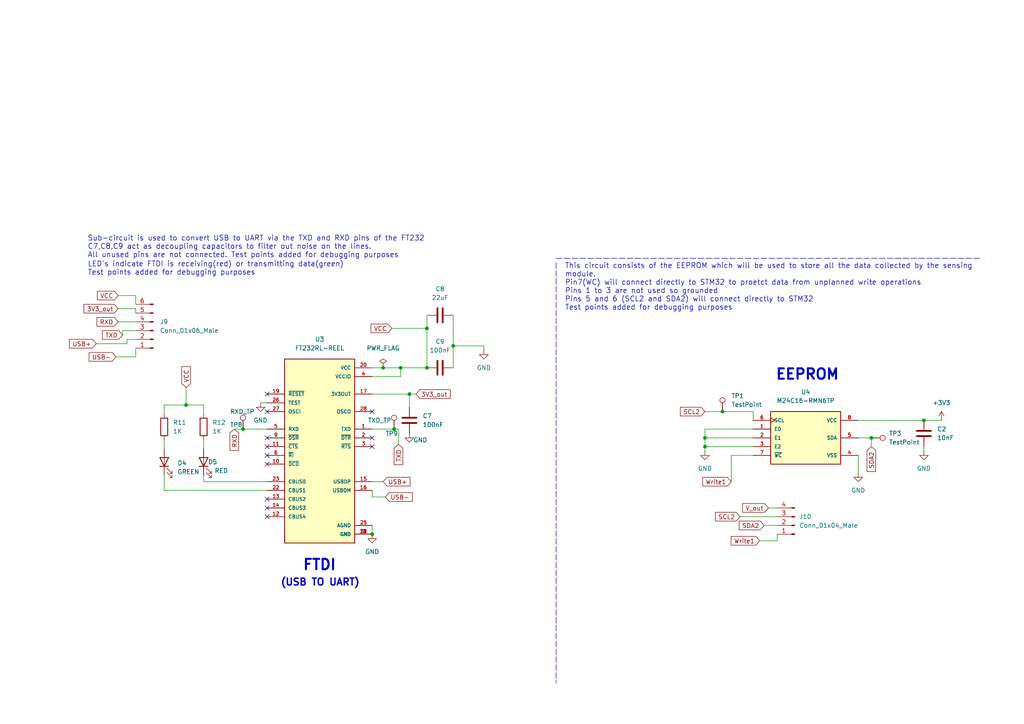
<source format=kicad_sch>
(kicad_sch (version 20211123) (generator eeschema)
  (paper "A4")
  (title_block (title "Microcontroller Submodule for Sensor HAT") (date "2022-03-17") (rev "V0.11") (company "UCT") (comment 1 "Module interfaces with sensor and power modules") (comment 2 "MKYBIN001") (comment 3 "BINA MUKUYAMBA") (comment 4 "TEAM 33"))
  (lib_symbols
    (symbol "Connector:Conn_01x04_Male" (pin_names (offset 1.016) hide)
      (property "Reference" "J" (at 0 5.08 0))
      (property "Value" "Conn_01x04_Male" (at 0 -7.62 0))
      (symbol "Conn_01x04_Male_1_1"
        (polyline (pts (xy 1.27 -5.08) (xy 0.8636 -5.08)) (stroke (width 0.1524)))
        (polyline (pts (xy 1.27 -2.54) (xy 0.8636 -2.54)) (stroke (width 0.1524)))
        (polyline (pts (xy 1.27 0) (xy 0.8636 0)) (stroke (width 0.1524)))
        (polyline (pts (xy 1.27 2.54) (xy 0.8636 2.54)) (stroke (width 0.1524)))
        (rectangle (start 0.8636 -4.953) (end 0 -5.207) (stroke (width 0.1524)) (fill (type outline)))
        (rectangle (start 0.8636 -2.413) (end 0 -2.667) (stroke (width 0.1524)) (fill (type outline)))
        (rectangle (start 0.8636 0.127) (end 0 -0.127) (stroke (width 0.1524)) (fill (type outline)))
        (rectangle (start 0.8636 2.667) (end 0 2.413) (stroke (width 0.1524)) (fill (type outline)))
        (pin passive line (at 5.08 2.54 180) (length 3.81) (name "Pin_1") (number "1"))
        (pin passive line (at 5.08 0 180) (length 3.81) (name "Pin_2") (number "2"))
        (pin passive line (at 5.08 -2.54 180) (length 3.81) (name "Pin_3") (number "3"))
        (pin passive line (at 5.08 -5.08 180) (length 3.81) (name "Pin_4") (number "4"))
      )
    )
    (symbol "Connector:Conn_01x06_Male" (pin_names (offset 1.016) hide)
      (property "Reference" "J" (at 0 7.62 0))
      (property "Value" "Conn_01x06_Male" (at 0 -10.16 0))
      (symbol "Conn_01x06_Male_1_1"
        (polyline (pts (xy 1.27 -7.62) (xy 0.8636 -7.62)) (stroke (width 0.1524)))
        (polyline (pts (xy 1.27 -5.08) (xy 0.8636 -5.08)) (stroke (width 0.1524)))
        (polyline (pts (xy 1.27 -2.54) (xy 0.8636 -2.54)) (stroke (width 0.1524)))
        (polyline (pts (xy 1.27 0) (xy 0.8636 0)) (stroke (width 0.1524)))
        (polyline (pts (xy 1.27 2.54) (xy 0.8636 2.54)) (stroke (width 0.1524)))
        (polyline (pts (xy 1.27 5.08) (xy 0.8636 5.08)) (stroke (width 0.1524)))
        (rectangle (start 0.8636 -7.493) (end 0 -7.747) (stroke (width 0.1524)) (fill (type outline)))
        (rectangle (start 0.8636 -4.953) (end 0 -5.207) (stroke (width 0.1524)) (fill (type outline)))
        (rectangle (start 0.8636 -2.413) (end 0 -2.667) (stroke (width 0.1524)) (fill (type outline)))
        (rectangle (start 0.8636 0.127) (end 0 -0.127) (stroke (width 0.1524)) (fill (type outline)))
        (rectangle (start 0.8636 2.667) (end 0 2.413) (stroke (width 0.1524)) (fill (type outline)))
        (rectangle (start 0.8636 5.207) (end 0 4.953) (stroke (width 0.1524)) (fill (type outline)))
        (pin passive line (at 5.08 5.08 180) (length 3.81) (name "Pin_1") (number "1"))
        (pin passive line (at 5.08 2.54 180) (length 3.81) (name "Pin_2") (number "2"))
        (pin passive line (at 5.08 0 180) (length 3.81) (name "Pin_3") (number "3"))
        (pin passive line (at 5.08 -2.54 180) (length 3.81) (name "Pin_4") (number "4"))
        (pin passive line (at 5.08 -5.08 180) (length 3.81) (name "Pin_5") (number "5"))
        (pin passive line (at 5.08 -7.62 180) (length 3.81) (name "Pin_6") (number "6"))
      )
    )
    (symbol "Connector:TestPoint" (pin_numbers hide) (pin_names (offset 0.762) hide)
      (property "Reference" "TP" (at 0 6.858 0))
      (property "Value" "TestPoint" (at 0 5.08 0))
      (symbol "TestPoint_0_1"
        (circle (center 0 3.302) (radius 0.762))
      )
      (symbol "TestPoint_1_1"
        (pin passive line (at 0 0 90) (length 2.54) (name "1") (number "1"))
      )
    )
    (symbol "Device:C" (pin_numbers hide) (pin_names (offset 0.254))
      (property "Reference" "C" (at 0.635 2.54 0))
      (property "Value" "C" (at 0.635 -2.54 0))
      (symbol "C_0_1"
        (polyline (pts (xy -2.032 -0.762) (xy 2.032 -0.762)) (stroke (width 0.508)))
        (polyline (pts (xy -2.032 0.762) (xy 2.032 0.762)) (stroke (width 0.508)))
      )
      (symbol "C_1_1"
        (pin passive line (at 0 3.81 270) (length 2.794) (name "~") (number "1"))
        (pin passive line (at 0 -3.81 90) (length 2.794) (name "~") (number "2"))
      )
    )
    (symbol "Device:LED" (pin_numbers hide) (pin_names (offset 1.016) hide)
      (property "Reference" "D" (at 0 2.54 0))
      (property "Value" "LED" (at 0 -2.54 0))
      (symbol "LED_0_1"
        (polyline (pts (xy -1.27 -1.27) (xy -1.27 1.27)) (stroke (width 0.254)))
        (polyline (pts (xy -1.27 0) (xy 1.27 0)))
        (polyline (pts (xy 1.27 -1.27) (xy 1.27 1.27) (xy -1.27 0) (xy 1.27 -1.27)) (stroke (width 0.254)))
        (polyline (pts (xy -3.048 -0.762) (xy -4.572 -2.286) (xy -3.81 -2.286) (xy -4.572 -2.286) (xy -4.572 -1.524)))
        (polyline (pts (xy -1.778 -0.762) (xy -3.302 -2.286) (xy -2.54 -2.286) (xy -3.302 -2.286) (xy -3.302 -1.524)))
      )
      (symbol "LED_1_1"
        (pin passive line (at -3.81 0 0) (length 2.54) (name "K") (number "1"))
        (pin passive line (at 3.81 0 180) (length 2.54) (name "A") (number "2"))
      )
    )
    (symbol "Device:R" (pin_numbers hide) (pin_names (offset 0))
      (property "Reference" "R" (at 2.032 0 90))
      (property "Value" "R" (at 0 0 90))
      (symbol "R_0_1"
        (rectangle (start -1.016 -2.54) (end 1.016 2.54) (stroke (width 0.254)))
      )
      (symbol "R_1_1"
        (pin passive line (at 0 3.81 270) (length 1.27) (name "~") (number "1"))
        (pin passive line (at 0 -3.81 90) (length 1.27) (name "~") (number "2"))
      )
    )
    (symbol "M24C16-RMN6TP:M24C16-RMN6TP" (pin_names (offset 1.016))
      (property "Reference" "U" (at -10.1854 8.1534 0))
      (property "Value" "M24C16-RMN6TP" (at -10.16 -10.668 0))
      (symbol "M24C16-RMN6TP_0_0"
        (rectangle (start -10.16 -7.62) (end 10.16 7.62) (stroke (width 0.254)) (fill (type background)))
        (pin input line (at -15.24 2.54 0) (length 5.08) (name "E0") (number "1"))
        (pin input line (at -15.24 0 0) (length 5.08) (name "E1") (number "2"))
        (pin input line (at -15.24 -2.54 0) (length 5.08) (name "E2") (number "3"))
        (pin power_in line (at 15.24 -5.08 180) (length 5.08) (name "VSS") (number "4"))
        (pin bidirectional line (at 15.24 0 180) (length 5.08) (name "SDA") (number "5"))
        (pin input clock (at -15.24 5.08 0) (length 5.08) (name "SCL") (number "6"))
        (pin input line (at -15.24 -5.08 0) (length 5.08) (name "~{WC}") (number "7"))
        (pin power_in line (at 15.24 5.08 180) (length 5.08) (name "VCC") (number "8"))
      )
    )
    (symbol "ft23:FT232RL-REEL" (pin_names (offset 1.016))
      (property "Reference" "U" (at -10.1854 27.9908 0))
      (property "Value" "FT232RL-REEL" (at -10.1854 -27.9908 0))
      (symbol "FT232RL-REEL_0_0"
        (rectangle (start -10.16 -25.4) (end 10.16 27.94) (stroke (width 0.254)) (fill (type background)))
        (pin output line (at 15.24 7.62 180) (length 5.08) (name "TXD") (number "1"))
        (pin input line (at -15.24 -2.54 0) (length 5.08) (name "~{DCD}") (number "10"))
        (pin input line (at -15.24 2.54 0) (length 5.08) (name "~{CTS}") (number "11"))
        (pin bidirectional line (at -15.24 -17.78 0) (length 5.08) (name "CBUS4") (number "12"))
        (pin bidirectional line (at -15.24 -12.7 0) (length 5.08) (name "CBUS2") (number "13"))
        (pin bidirectional line (at -15.24 -15.24 0) (length 5.08) (name "CBUS3") (number "14"))
        (pin bidirectional line (at 15.24 -7.62 180) (length 5.08) (name "USBDP") (number "15"))
        (pin bidirectional line (at 15.24 -10.16 180) (length 5.08) (name "USBDM") (number "16"))
        (pin output line (at 15.24 17.78 180) (length 5.08) (name "3V3OUT") (number "17"))
        (pin power_in line (at 15.24 -22.86 180) (length 5.08) (name "GND") (number "18"))
        (pin input line (at -15.24 17.78 0) (length 5.08) (name "~{RESET}") (number "19"))
        (pin output line (at 15.24 5.08 180) (length 5.08) (name "~{DTR}") (number "2"))
        (pin power_in line (at 15.24 25.4 180) (length 5.08) (name "VCC") (number "20"))
        (pin power_in line (at 15.24 -22.86 180) (length 5.08) (name "GND") (number "21"))
        (pin bidirectional line (at -15.24 -10.16 0) (length 5.08) (name "CBUS1") (number "22"))
        (pin bidirectional line (at -15.24 -7.62 0) (length 5.08) (name "CBUS0") (number "23"))
        (pin power_in line (at 15.24 -20.32 180) (length 5.08) (name "AGND") (number "25"))
        (pin input line (at -15.24 15.24 0) (length 5.08) (name "TEST") (number "26"))
        (pin input line (at -15.24 12.7 0) (length 5.08) (name "OSCI") (number "27"))
        (pin output line (at 15.24 12.7 180) (length 5.08) (name "OSCO") (number "28"))
        (pin output line (at 15.24 2.54 180) (length 5.08) (name "~{RTS}") (number "3"))
        (pin power_in line (at 15.24 22.86 180) (length 5.08) (name "VCCIO") (number "4"))
        (pin input line (at -15.24 7.62 0) (length 5.08) (name "RXD") (number "5"))
        (pin input line (at -15.24 0 0) (length 5.08) (name "~{RI}") (number "6"))
        (pin power_in line (at 15.24 -22.86 180) (length 5.08) (name "GND") (number "7"))
        (pin input line (at -15.24 5.08 0) (length 5.08) (name "~{DSR}") (number "9"))
      )
    )
    (symbol "power:+3V3" (power) (pin_names (offset 0))
      (property "Value" "+3V3" (at 0 3.556 0))
      (symbol "+3V3_0_1"
        (polyline (pts (xy -0.762 1.27) (xy 0 2.54)))
        (polyline (pts (xy 0 0) (xy 0 2.54)))
        (polyline (pts (xy 0 2.54) (xy 0.762 1.27)))
      )
      (symbol "+3V3_1_1"
        (pin power_in line (at 0 0 90) (length 0) hide (name "+3V3") (number "1"))
      )
    )
    (symbol "power:GND" (power) (pin_names (offset 0))
      (property "Value" "GND" (at 0 -3.81 0))
      (symbol "GND_0_1"
        (polyline (pts (xy 0 0) (xy 0 -1.27) (xy 1.27 -1.27) (xy 0 -2.54) (xy -1.27 -1.27) (xy 0 -1.27)))
      )
      (symbol "GND_1_1"
        (pin power_in line (at 0 0 270) (length 0) hide (name "GND") (number "1"))
      )
    )
    (symbol "power:PWR_FLAG" (power) (pin_numbers hide) (pin_names (offset 0) hide)
      (property "Value" "PWR_FLAG" (at 0 3.81 0))
      (symbol "PWR_FLAG_0_0"
        (pin power_out line (at 0 0 90) (length 0) (name "pwr") (number "1"))
      )
      (symbol "PWR_FLAG_0_1"
        (polyline (pts (xy 0 0) (xy 0 1.27) (xy -1.016 1.905) (xy 0 2.54) (xy 1.016 1.905) (xy 0 1.27)))
      )
    )
  )
  (junction (at 53.975 117.475))
  (junction (at 118.745 114.3))
  (junction (at 123.825 106.68))
  (junction (at 70.485 124.46))
  (junction (at 204.47 127))
  (junction (at 111.125 106.68))
  (junction (at 116.205 106.68))
  (junction (at 107.95 154.94))
  (junction (at 204.47 129.54))
  (junction (at 123.825 95.25))
  (junction (at 209.55 119.38))
  (junction (at 252.73 127))
  (junction (at 267.97 121.92))
  (junction (at 114.3 124.46))
  (junction (at 131.445 100.33))
  (no_connect (at 77.47 114.3))
  (no_connect (at 77.47 149.86))
  (no_connect (at 107.95 127))
  (no_connect (at 77.47 129.54))
  (no_connect (at 77.47 119.38))
  (no_connect (at 77.47 127))
  (no_connect (at 77.47 134.62))
  (no_connect (at 77.47 147.32))
  (no_connect (at 107.95 119.38))
  (no_connect (at 77.47 132.08))
  (no_connect (at 77.47 144.78))
  (no_connect (at 107.95 129.54))
  (wire (pts (xy 118.745 118.11) (xy 118.745 114.3)))
  (wire (pts (xy 111.125 106.68) (xy 116.205 106.68)))
  (wire (pts (xy 75.565 116.84) (xy 77.47 116.84)))
  (wire (pts (xy 131.445 100.33) (xy 140.335 100.33)))
  (wire (pts (xy 47.625 117.475) (xy 47.625 120.015)))
  (wire (pts (xy 39.37 100.965) (xy 39.37 103.505)))
  (wire (pts (xy 221.615 152.4) (xy 225.425 152.4)))
  (wire (pts (xy 107.95 109.22) (xy 116.205 109.22)))
  (wire (pts (xy 67.945 124.46) (xy 70.485 124.46)))
  (wire (pts (xy 115.57 124.46) (xy 115.57 128.905)))
  (wire (pts (xy 204.47 124.46) (xy 204.47 127)))
  (wire (pts (xy 267.97 130.81) (xy 267.97 129.54)))
  (wire (pts (xy 252.73 127) (xy 252.73 129.54)))
  (wire (pts (xy 53.975 112.395) (xy 53.975 117.475)))
  (wire (pts (xy 116.205 106.68) (xy 116.205 109.22)))
  (wire (pts (xy 53.975 117.475) (xy 47.625 117.475)))
  (wire (pts (xy 47.625 142.24) (xy 77.47 142.24)))
  (wire (pts (xy 212.09 132.08) (xy 212.09 139.7)))
  (wire (pts (xy 204.47 127) (xy 218.44 127)))
  (wire (pts (xy 248.92 127) (xy 252.73 127)))
  (wire (pts (xy 59.055 127.635) (xy 59.055 130.175)))
  (wire (pts (xy 209.55 119.38) (xy 218.44 119.38)))
  (wire (pts (xy 131.445 91.44) (xy 131.445 100.33)))
  (wire (pts (xy 34.29 85.725) (xy 39.37 85.725)))
  (wire (pts (xy 204.47 119.38) (xy 209.55 119.38)))
  (wire (pts (xy 114.3 124.46) (xy 115.57 124.46)))
  (wire (pts (xy 36.83 98.425) (xy 36.83 99.695)))
  (wire (pts (xy 59.055 139.7) (xy 77.47 139.7)))
  (wire (pts (xy 59.055 117.475) (xy 53.975 117.475)))
  (wire (pts (xy 123.825 95.25) (xy 123.825 91.44)))
  (wire (pts (xy 131.445 100.33) (xy 131.445 106.68)))
  (wire (pts (xy 248.92 121.92) (xy 267.97 121.92)))
  (wire (pts (xy 113.665 95.25) (xy 123.825 95.25)))
  (wire (pts (xy 204.47 129.54) (xy 204.47 130.81)))
  (wire (pts (xy 70.485 124.46) (xy 77.47 124.46)))
  (wire (pts (xy 47.625 137.795) (xy 47.625 142.24)))
  (wire (pts (xy 267.97 121.92) (xy 273.05 121.92)))
  (wire (pts (xy 107.95 139.7) (xy 111.125 139.7)))
  (wire (pts (xy 39.37 89.535) (xy 39.37 90.805)))
  (wire (pts (xy 212.09 132.08) (xy 218.44 132.08)))
  (wire (pts (xy 116.205 106.68) (xy 123.825 106.68)))
  (wire (pts (xy 34.29 93.345) (xy 39.37 93.345)))
  (wire (pts (xy 222.885 147.32) (xy 225.425 147.32)))
  (polyline (pts (xy 161.29 74.93) (xy 284.48 74.93)))
  (polyline (pts (xy 161.29 76.2) (xy 161.29 198.12)))
  (wire (pts (xy 118.745 114.3) (xy 120.65 114.3)))
  (wire (pts (xy 27.94 99.695) (xy 36.83 99.695)))
  (wire (pts (xy 39.37 85.725) (xy 39.37 88.265)))
  (wire (pts (xy 35.56 97.155) (xy 35.56 95.885)))
  (wire (pts (xy 107.95 106.68) (xy 111.125 106.68)))
  (wire (pts (xy 204.47 127) (xy 204.47 129.54)))
  (wire (pts (xy 35.56 95.885) (xy 39.37 95.885)))
  (wire (pts (xy 107.95 152.4) (xy 107.95 154.94)))
  (wire (pts (xy 107.95 124.46) (xy 114.3 124.46)))
  (wire (pts (xy 34.29 89.535) (xy 39.37 89.535)))
  (wire (pts (xy 33.655 103.505) (xy 39.37 103.505)))
  (wire (pts (xy 214.63 149.86) (xy 225.425 149.86)))
  (wire (pts (xy 248.92 132.08) (xy 248.92 137.16)))
  (wire (pts (xy 107.95 114.3) (xy 118.745 114.3)))
  (wire (pts (xy 218.44 119.38) (xy 218.44 121.92)))
  (wire (pts (xy 140.335 100.33) (xy 140.335 101.6)))
  (wire (pts (xy 39.37 98.425) (xy 36.83 98.425)))
  (wire (pts (xy 59.055 137.795) (xy 59.055 139.7)))
  (wire (pts (xy 220.345 156.845) (xy 225.425 156.845)))
  (wire (pts (xy 107.95 142.24) (xy 107.95 144.145)))
  (wire (pts (xy 204.47 129.54) (xy 218.44 129.54)))
  (wire (pts (xy 47.625 127.635) (xy 47.625 130.175)))
  (wire (pts (xy 225.425 156.845) (xy 225.425 154.94)))
  (wire (pts (xy 107.95 144.145) (xy 111.76 144.145)))
  (wire (pts (xy 123.825 95.25) (xy 123.825 106.68)))
  (wire (pts (xy 218.44 124.46) (xy 204.47 124.46)))
  (wire (pts (xy 59.055 120.015) (xy 59.055 117.475)))
  (text "(USB TO UART)" (at 81.28 170.18 0) (effects (font (size 2 2) (thickness 0.4) bold) (justify left bottom)))
  (text "LED's indicate FTDI is receiving(red) or transmitting data(green)\nTest points added for debugging purposes" (at 25.4 80.01 0) (effects (font (size 1.5 1.5)) (justify left bottom)))
  (text "EEPROM" (at 224.79 110.49 0) (effects (font (size 3 3) (thickness 0.6) bold) (justify left bottom)))
  (text "This circuit consists of the EEPROM which will be used to store all the data collected by the sensing \nmodule.\nPin7(WC) will connect directly to STM32 to proetct data from unplanned write operations\nPins 1 to 3 are not used so grounded\nPins 5 and 6 (SCL2 and SDA2) will connect directly to STM32\nTest points added for debugging purposes" (at 163.83 90.17 0) (effects (font (size 1.5 1.5)) (justify left bottom)))
  (text "Sub-circuit is used to convert USB to UART via the TXD and RXD pins of the FT232\nC7,C8,C9 act as decoupling capacitors to filter out noise on the lines.\nAll unused pins are not connected. Test points added for debugging purposes" (at 25.4 74.93 0) (effects (font (size 1.5 1.5)) (justify left bottom)))
  (text "FTDI" (at 87.63 165.735 0) (effects (font (size 3 3) (thickness 0.6) bold) (justify left bottom)))
  (global_label "RXD" (shape input) (at 34.29 93.345 180) (property "Intersheet References" "${INTERSHEET_REFS}" (effects hide)))
  (global_label "3V3_out" (shape input) (at 34.29 89.535 180) (property "Intersheet References" "${INTERSHEET_REFS}" (effects hide)))
  (global_label "TXD" (shape input) (at 115.57 128.905 270) (property "Intersheet References" "${INTERSHEET_REFS}" (effects hide)))
  (global_label "USB+" (shape input) (at 27.94 99.695 180) (property "Intersheet References" "${INTERSHEET_REFS}" (effects hide)))
  (global_label "USB-" (shape input) (at 111.76 144.145 0) (property "Intersheet References" "${INTERSHEET_REFS}" (effects hide)))
  (global_label "VCC" (shape input) (at 113.665 95.25 180) (property "Intersheet References" "${INTERSHEET_REFS}" (effects hide)))
  (global_label "VCC" (shape input) (at 34.29 85.725 180) (property "Intersheet References" "${INTERSHEET_REFS}" (effects hide)))
  (global_label "SDA2" (shape input) (at 221.615 152.4 180) (property "Intersheet References" "${INTERSHEET_REFS}" (effects hide)))
  (global_label "USB+" (shape input) (at 111.125 139.7 0) (property "Intersheet References" "${INTERSHEET_REFS}" (effects hide)))
  (global_label "V_out" (shape input) (at 222.885 147.32 180) (property "Intersheet References" "${INTERSHEET_REFS}" (effects hide)))
  (global_label "SCL2" (shape input) (at 204.47 119.38 180) (property "Intersheet References" "${INTERSHEET_REFS}" (effects hide)))
  (global_label "Write1" (shape input) (at 220.345 156.845 180) (property "Intersheet References" "${INTERSHEET_REFS}" (effects hide)))
  (global_label "SCL2" (shape input) (at 214.63 149.86 180) (property "Intersheet References" "${INTERSHEET_REFS}" (effects hide)))
  (global_label "USB-" (shape input) (at 33.655 103.505 180) (property "Intersheet References" "${INTERSHEET_REFS}" (effects hide)))
  (global_label "RXD" (shape input) (at 67.945 124.46 270) (property "Intersheet References" "${INTERSHEET_REFS}" (effects hide)))
  (global_label "SDA2" (shape input) (at 252.73 129.54 270) (property "Intersheet References" "${INTERSHEET_REFS}" (effects hide)))
  (global_label "Write1" (shape input) (at 212.09 139.7 180) (property "Intersheet References" "${INTERSHEET_REFS}" (effects hide)))
  (global_label "VCC" (shape input) (at 53.975 112.395 90) (property "Intersheet References" "${INTERSHEET_REFS}" (effects hide)))
  (global_label "TXD" (shape input) (at 35.56 97.155 180) (property "Intersheet References" "${INTERSHEET_REFS}" (effects hide)))
  (global_label "3V3_out" (shape input) (at 120.65 114.3 0) (property "Intersheet References" "${INTERSHEET_REFS}" (effects hide)))
  (symbol (lib_id "Device:LED") (at 59.055 133.985 90) (unit 1)
    (property "Reference" "D5" (at 60.325 133.985 90) (effects (justify right)))
    (property "Value" "RED" (at 62.23 136.525 90) (effects (justify right)))
    (property "Footprint" "LED_:LEDC1005X55N" (effects hide))
  )
  (symbol (lib_id "Device:C") (at 118.745 121.92 0) (unit 1)
    (property "Reference" "C7" (at 122.555 120.6499 0) (effects (justify left)))
    (property "Value" "100nF" (at 122.555 123.1899 0) (effects (justify left)))
    (property "Footprint" "100NF_C:CAPC1005X55N" (effects hide))
  )
  (symbol (lib_id "Connector:TestPoint") (at 252.73 127 270) (unit 1)
    (property "Reference" "TP3" (at 257.81 125.7299 90) (effects (justify left)))
    (property "Value" "TestPoint" (at 257.81 128.2699 90) (effects (justify left)))
    (property "Footprint" "TestPoint:TestPoint_Pad_1.0x1.0mm" (effects hide))
  )
  (symbol (lib_id "Connector:TestPoint") (at 209.55 119.38 0) (unit 1)
    (property "Reference" "TP1" (at 212.09 114.8079 0) (effects (justify left)))
    (property "Value" "TestPoint" (at 212.09 117.3479 0) (effects (justify left)))
    (property "Footprint" "TestPoint:TestPoint_Pad_1.0x1.0mm" (effects hide))
  )
  (symbol (lib_id "power:PWR_FLAG") (at 111.125 106.68 0) (unit 1)
    (property "Reference" "#FLG06" (effects hide))
    (property "Value" "PWR_FLAG" (at 111.125 100.965 0))
  )
  (symbol (lib_id "power:GND") (at 140.335 101.6 0) (unit 1)
    (property "Reference" "#PWR019" (effects hide))
    (property "Value" "GND" (at 140.335 106.68 0))
  )
  (symbol (lib_id "power:GND") (at 107.95 154.94 0) (unit 1)
    (property "Reference" "#PWR017" (effects hide))
    (property "Value" "GND" (at 107.95 160.02 0))
  )
  (symbol (lib_id "M24C16-RMN6TP:M24C16-RMN6TP") (at 233.68 127 0) (unit 1)
    (property "Reference" "U4" (at 233.68 113.665 0))
    (property "Value" "M24C16-RMN6TP" (at 233.68 116.205 0))
    (property "Footprint" "M24:SOIC127P600X175-8N" (effects hide))
    (property "MANUFACTURER" "STMicroelectronics" (effects hide))
  )
  (symbol (lib_id "Connector:TestPoint") (at 114.3 124.46 0) (unit 1)
    (property "Reference" "TP9" (at 111.76 125.73 0) (effects (justify left)))
    (property "Value" "TXD_TP" (at 106.68 121.92 0) (effects (justify left)))
    (property "Footprint" "TestPoint:TestPoint_Pad_1.0x1.0mm" (effects hide))
  )
  (symbol (lib_id "power:GND") (at 248.92 137.16 0) (unit 1)
    (property "Reference" "#PWR03" (effects hide))
    (property "Value" "GND" (at 248.92 142.24 0))
  )
  (symbol (lib_id "power:GND") (at 118.745 125.73 0) (unit 1)
    (property "Reference" "#PWR018" (effects hide))
    (property "Value" "GND" (at 121.92 127.635 0))
  )
  (symbol (lib_id "Connector:Conn_01x06_Male") (at 44.45 95.885 180) (unit 1)
    (property "Reference" "J9" (at 46.355 93.3449 0) (effects (justify right)))
    (property "Value" "Conn_01x06_Male" (at 46.355 95.8849 0) (effects (justify right)))
    (property "Footprint" "Connector_PinHeader_2.54mm:PinHeader_1x06_P2.54mm_Vertical" (effects hide))
  )
  (symbol (lib_id "Device:LED") (at 47.625 133.985 90) (unit 1)
    (property "Reference" "D4" (at 51.435 134.3024 90) (effects (justify right)))
    (property "Value" "GREEN" (at 51.435 136.8424 90) (effects (justify right)))
    (property "Footprint" "LED_:LEDC1005X55N" (effects hide))
  )
  (symbol (lib_id "ft23:FT232RL-REEL") (at 92.71 132.08 0) (unit 1)
    (property "Reference" "U3" (at 92.71 98.425 0))
    (property "Value" "FT232RL-REEL" (at 92.71 100.965 0))
    (property "Footprint" "FT23:SOP65P780X200-28N" (effects hide))
    (property "MANUFACTURER" "Future Technology Devices International Ltd" (effects hide))
  )
  (symbol (lib_id "power:+3V3") (at 273.05 121.92 0) (unit 1)
    (property "Reference" "#PWR0106" (effects hide))
    (property "Value" "+3V3" (at 273.05 116.84 0))
  )
  (symbol (lib_id "Connector:Conn_01x04_Male") (at 230.505 152.4 180) (unit 1)
    (property "Reference" "J10" (at 231.775 149.8599 0) (effects (justify right)))
    (property "Value" "Conn_01x04_Male" (at 231.775 152.3999 0) (effects (justify right)))
    (property "Footprint" "Connector_PinHeader_2.54mm:PinHeader_1x04_P2.54mm_Vertical" (effects hide))
  )
  (symbol (lib_id "power:GND") (at 75.565 116.84 0) (unit 1)
    (property "Reference" "#PWR016" (effects hide))
    (property "Value" "GND" (at 75.565 121.92 0))
  )
  (symbol (lib_id "power:GND") (at 204.47 130.81 0) (unit 1)
    (property "Reference" "#PWR02" (effects hide))
    (property "Value" "GND" (at 204.47 135.89 0))
  )
  (symbol (lib_id "Device:C") (at 127.635 106.68 90) (unit 1)
    (property "Reference" "C9" (at 127.635 99.06 90))
    (property "Value" "100nF" (at 127.635 101.6 90))
    (property "Footprint" "100NF_C:CAPC1005X55N" (effects hide))
  )
  (symbol (lib_id "Connector:TestPoint") (at 70.485 124.46 0) (unit 1)
    (property "Reference" "TP8" (at 66.675 123.19 0) (effects (justify left)))
    (property "Value" "RXD_TP" (at 66.675 119.38 0) (effects (justify left)))
    (property "Footprint" "TestPoint:TestPoint_Pad_1.0x1.0mm" (effects hide))
  )
  (symbol (lib_id "Device:R") (at 47.625 123.825 0) (unit 1)
    (property "Reference" "R11" (at 50.165 122.5549 0) (effects (justify left)))
    (property "Value" "1K" (at 50.165 125.0949 0) (effects (justify left)))
    (property "Footprint" "1K_R:RESC1005X40N" (effects hide))
  )
  (symbol (lib_id "Device:C") (at 267.97 125.73 0) (unit 1)
    (property "Reference" "C2" (at 271.78 124.4599 0) (effects (justify left)))
    (property "Value" "10nF" (at 271.78 126.9999 0) (effects (justify left)))
    (property "Footprint" "CAP_10NF:CAPC1005X55N" (effects hide))
  )
  (symbol (lib_id "Device:R") (at 59.055 123.825 0) (unit 1)
    (property "Reference" "R12" (at 61.595 122.5549 0) (effects (justify left)))
    (property "Value" "1K" (at 61.595 125.0949 0) (effects (justify left)))
    (property "Footprint" "1K_R:RESC1005X40N" (effects hide))
  )
  (symbol (lib_id "Device:C") (at 127.635 91.44 90) (unit 1)
    (property "Reference" "C8" (at 127.635 83.82 90))
    (property "Value" "22uF" (at 127.635 86.36 90))
    (property "Footprint" "22UF_C:ANTC1608X90N" (effects hide))
  )
  (symbol (lib_id "power:GND") (at 267.97 130.81 0) (unit 1)
    (property "Reference" "#PWR04" (effects hide))
    (property "Value" "GND" (at 267.97 135.89 0))
  )
)
</source>
